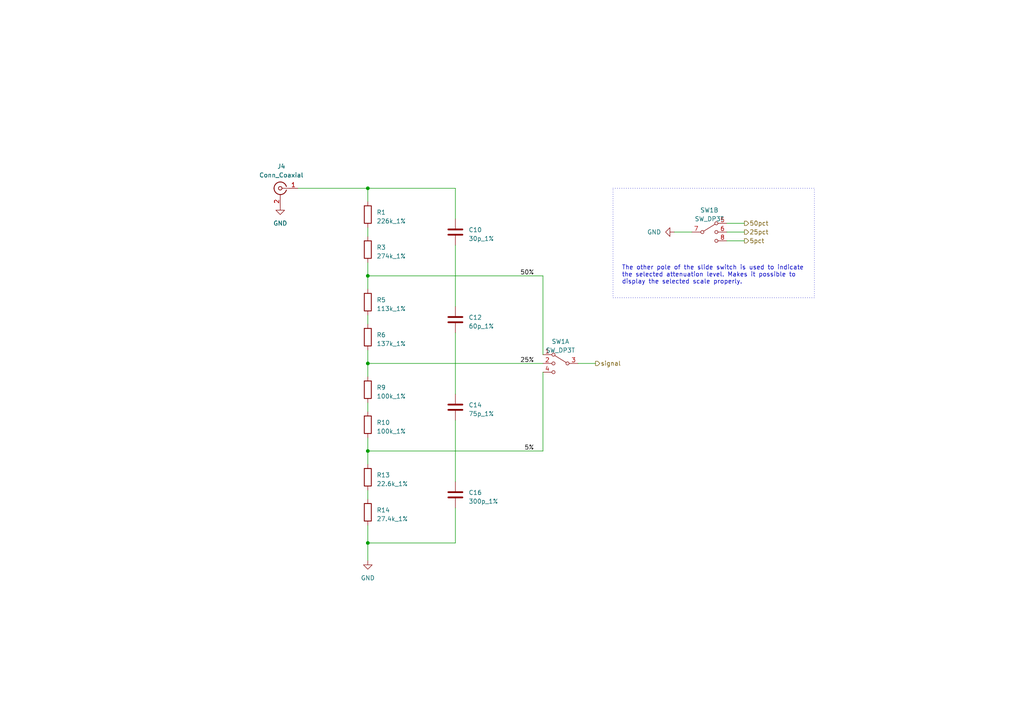
<source format=kicad_sch>
(kicad_sch (version 20221004) (generator eeschema)
  (paper "A4")
  (title_block (title "sin(π)") (date "2022-11-23") (rev "draft 0") (company "Porucha"))
  (lib_symbols
    (symbol "Connector:Conn_Coaxial" (pin_names (offset 1.016) hide)
      (property "Reference" "J" (at 0.254 3.048 0))
      (property "Value" "Conn_Coaxial" (at 2.921 0 90))
      (symbol "Conn_Coaxial_0_1"
        (arc (start -1.778 -0.508) (mid 0.2311 -1.8066) (end 1.778 0) (stroke (width 0.254)))
        (polyline (pts (xy -2.54 0) (xy -0.508 0)))
        (polyline (pts (xy 0 -2.54) (xy 0 -1.778)))
        (circle (center 0 0) (radius 0.508) (stroke (width 0.2032)))
        (arc (start 1.778 0) (mid 0.2099 1.8101) (end -1.778 0.508) (stroke (width 0.254)))
      )
      (symbol "Conn_Coaxial_1_1"
        (pin passive line (at -5.08 0 0) (length 2.54) (name "In") (number "1"))
        (pin passive line (at 0 -5.08 90) (length 2.54) (name "Ext") (number "2"))
      )
    )
    (symbol "Device:C" (pin_numbers hide) (pin_names (offset 0.254))
      (property "Reference" "C" (at 0.635 2.54 0))
      (property "Value" "C" (at 0.635 -2.54 0))
      (symbol "C_0_1"
        (polyline (pts (xy -2.032 -0.762) (xy 2.032 -0.762)) (stroke (width 0.508)))
        (polyline (pts (xy -2.032 0.762) (xy 2.032 0.762)) (stroke (width 0.508)))
      )
      (symbol "C_1_1"
        (pin passive line (at 0 3.81 270) (length 2.794) (name "~") (number "1"))
        (pin passive line (at 0 -3.81 90) (length 2.794) (name "~") (number "2"))
      )
    )
    (symbol "Device:R" (pin_numbers hide) (pin_names (offset 0))
      (property "Reference" "R" (at 2.032 0 90))
      (property "Value" "R" (at 0 0 90))
      (symbol "R_0_1"
        (rectangle (start -1.016 -2.54) (end 1.016 2.54) (stroke (width 0.254)))
      )
      (symbol "R_1_1"
        (pin passive line (at 0 3.81 270) (length 1.27) (name "~") (number "1"))
        (pin passive line (at 0 -3.81 90) (length 1.27) (name "~") (number "2"))
      )
    )
    (symbol "Switch:SW_DP3T" (pin_names (offset 0) hide)
      (property "Reference" "SW" (at 0 5.08 0))
      (property "Value" "SW_DP3T" (at 0 -5.08 0))
      (symbol "SW_DP3T_0_1"
        (circle (center -2.032 0) (radius 0.4572))
        (polyline (pts (xy -1.651 0.254) (xy 1.651 2.286)))
        (circle (center 2.032 -2.54) (radius 0.4572))
        (circle (center 2.032 0) (radius 0.4572))
        (circle (center 2.032 2.54) (radius 0.4572))
      )
      (symbol "SW_DP3T_1_1"
        (pin passive line (at 5.08 2.54 180) (length 2.54) (name "1") (number "1"))
        (pin passive line (at 5.08 0 180) (length 2.54) (name "2") (number "2"))
        (pin passive line (at -5.08 0 0) (length 2.54) (name "3") (number "3"))
        (pin passive line (at 5.08 -2.54 180) (length 2.54) (name "4") (number "4"))
      )
      (symbol "SW_DP3T_2_1"
        (pin passive line (at 5.08 2.54 180) (length 2.54) (name "5") (number "5"))
        (pin passive line (at 5.08 0 180) (length 2.54) (name "6") (number "6"))
        (pin passive line (at -5.08 0 0) (length 2.54) (name "7") (number "7"))
        (pin passive line (at 5.08 -2.54 180) (length 2.54) (name "8") (number "8"))
      )
    )
    (symbol "power:GND" (power) (pin_names (offset 0))
      (property "Value" "GND" (at 0 -3.81 0))
      (symbol "GND_0_1"
        (polyline (pts (xy 0 0) (xy 0 -1.27) (xy 1.27 -1.27) (xy 0 -2.54) (xy -1.27 -1.27) (xy 0 -1.27)))
      )
      (symbol "GND_1_1"
        (pin power_in line (at 0 0 270) (length 0) hide (name "GND") (number "1"))
      )
    )
  )
  (junction (at 106.68 54.61))
  (junction (at 106.68 157.48))
  (junction (at 106.68 80.01))
  (junction (at 106.68 105.41))
  (junction (at 106.68 130.81))
  (wire (pts (xy 195.58 67.31) (xy 200.66 67.31)))
  (wire (pts (xy 106.68 157.48) (xy 106.68 162.56)))
  (wire (pts (xy 106.68 66.04) (xy 106.68 68.58)))
  (wire (pts (xy 172.72 105.41) (xy 167.64 105.41)))
  (wire (pts (xy 106.68 105.41) (xy 157.48 105.41)))
  (wire (pts (xy 157.48 107.95) (xy 157.48 130.81)))
  (wire (pts (xy 106.68 157.48) (xy 132.08 157.48)))
  (wire (pts (xy 132.08 71.12) (xy 132.08 88.9)))
  (wire (pts (xy 106.68 91.44) (xy 106.68 93.98)))
  (wire (pts (xy 106.68 127) (xy 106.68 130.81)))
  (wire (pts (xy 106.68 116.84) (xy 106.68 119.38)))
  (wire (pts (xy 215.9 67.31) (xy 210.82 67.31)))
  (wire (pts (xy 215.9 69.85) (xy 210.82 69.85)))
  (wire (pts (xy 132.08 96.52) (xy 132.08 114.3)))
  (wire (pts (xy 157.48 80.01) (xy 157.48 102.87)))
  (wire (pts (xy 106.68 80.01) (xy 106.68 83.82)))
  (wire (pts (xy 106.68 54.61) (xy 106.68 58.42)))
  (wire (pts (xy 106.68 80.01) (xy 157.48 80.01)))
  (wire (pts (xy 106.68 152.4) (xy 106.68 157.48)))
  (wire (pts (xy 106.68 54.61) (xy 132.08 54.61)))
  (wire (pts (xy 106.68 76.2) (xy 106.68 80.01)))
  (wire (pts (xy 106.68 142.24) (xy 106.68 144.78)))
  (wire (pts (xy 132.08 54.61) (xy 132.08 63.5)))
  (wire (pts (xy 106.68 130.81) (xy 106.68 134.62)))
  (wire (pts (xy 106.68 101.6) (xy 106.68 105.41)))
  (wire (pts (xy 106.68 105.41) (xy 106.68 109.22)))
  (wire (pts (xy 132.08 121.92) (xy 132.08 139.7)))
  (wire (pts (xy 86.36 54.61) (xy 106.68 54.61)))
  (wire (pts (xy 132.08 157.48) (xy 132.08 147.32)))
  (wire (pts (xy 106.68 130.81) (xy 157.48 130.81)))
  (wire (pts (xy 215.9 64.77) (xy 210.82 64.77)))
  (rectangle (start 177.8 54.61) (end 236.22 86.36) (stroke (width 0) (type dot)))
  (text "The other pole of the slide switch is used to indicate\nthe selected attenuation level. Makes it possible to\ndisplay the selected scale properly." (at 180.34 82.55 0) (effects (font (size 1.27 1.27)) (justify left bottom)))
  (label "25%" (at 154.94 105.41 180))
  (label "5%" (at 154.94 130.81 180))
  (label "50%" (at 154.94 80.01 180))
  (hierarchical_label "25pct" (shape output) (at 215.9 67.31 0))
  (hierarchical_label "5pct" (shape output) (at 215.9 69.85 0))
  (hierarchical_label "50pct" (shape output) (at 215.9 64.77 0))
  (hierarchical_label "signal" (shape output) (at 172.72 105.41 0))
  (symbol (lib_id "Device:R") (at 106.68 138.43 0) (unit 1)
    (property "Reference" "R13" (at 109.22 137.795 0) (effects (justify left)))
    (property "Value" "22.6k_1%" (at 109.22 140.335 0) (effects (justify left)))
    (instances (project "sinpi" (path "" (reference "R13") (unit 1) (value "22.6k_1%") (footprint "")) (path "" (reference "R59") (unit 1) (value "22.6k_1%") (footprint "")) (path "" (reference "R73") (unit 1) (value "22.6k_1%") (footprint ""))))
  )
  (symbol (lib_id "Connector:Conn_Coaxial") (at 81.28 54.61 0) (mirror y) (unit 1)
    (property "Reference" "J4" (at 81.5974 48.26 0))
    (property "Value" "Conn_Coaxial" (at 81.5974 50.8 0))
    (property "Datasheet" " ~" (effects hide))
    (instances (project "sinpi" (path "" (reference "J4") (unit 1) (value "Conn_Coaxial") (footprint "")) (path "" (reference "J12") (unit 1) (value "Conn_Coaxial") (footprint "")) (path "" (reference "J15") (unit 1) (value "Conn_Coaxial") (footprint ""))))
  )
  (symbol (lib_id "Device:R") (at 106.68 87.63 0) (unit 1)
    (property "Reference" "R5" (at 109.22 86.995 0) (effects (justify left)))
    (property "Value" "113k_1%" (at 109.22 89.535 0) (effects (justify left)))
    (instances (project "sinpi" (path "" (reference "R5") (unit 1) (value "113k_1%") (footprint "")) (path "" (reference "R55") (unit 1) (value "113k_1%") (footprint "")) (path "" (reference "R69") (unit 1) (value "113k_1%") (footprint ""))))
  )
  (symbol (lib_id "Device:R") (at 106.68 148.59 0) (unit 1)
    (property "Reference" "R14" (at 109.22 147.955 0) (effects (justify left)))
    (property "Value" "27.4k_1%" (at 109.22 150.495 0) (effects (justify left)))
    (instances (project "sinpi" (path "" (reference "R14") (unit 1) (value "27.4k_1%") (footprint "")) (path "" (reference "R60") (unit 1) (value "27.4k_1%") (footprint "")) (path "" (reference "R74") (unit 1) (value "27.4k_1%") (footprint ""))))
  )
  (symbol (lib_id "Switch:SW_DP3T") (at 205.74 67.31 0) (unit 2)
    (property "Reference" "SW1" (at 205.74 60.96 0))
    (property "Value" "SW_DP3T" (at 205.74 63.5 0))
    (instances (project "sinpi" (path "" (reference "SW1") (unit 2) (value "SW_DP3T") (footprint "")) (path "" (reference "SW10") (unit 2) (value "SW_DP3T") (footprint "")) (path "" (reference "SW10") (unit 2) (value "SW_DP3T") (footprint ""))))
  )
  (symbol (lib_id "Device:R") (at 106.68 72.39 0) (unit 1)
    (property "Reference" "R3" (at 109.22 71.755 0) (effects (justify left)))
    (property "Value" "274k_1%" (at 109.22 74.295 0) (effects (justify left)))
    (instances (project "sinpi" (path "" (reference "R3") (unit 1) (value "274k_1%") (footprint "")) (path "" (reference "R54") (unit 1) (value "274k_1%") (footprint "")) (path "" (reference "R68") (unit 1) (value "274k_1%") (footprint ""))))
  )
  (symbol (lib_id "Device:R") (at 106.68 97.79 0) (unit 1)
    (property "Reference" "R6" (at 109.22 97.155 0) (effects (justify left)))
    (property "Value" "137k_1%" (at 109.22 99.695 0) (effects (justify left)))
    (instances (project "sinpi" (path "" (reference "R6") (unit 1) (value "137k_1%") (footprint "")) (path "" (reference "R56") (unit 1) (value "137k_1%") (footprint "")) (path "" (reference "R70") (unit 1) (value "137k_1%") (footprint ""))))
  )
  (symbol (lib_id "Device:C") (at 132.08 92.71 0) (unit 1)
    (property "Reference" "C12" (at 135.89 92.075 0) (effects (justify left)))
    (property "Value" "60p_1%" (at 135.89 94.615 0) (effects (justify left)))
    (instances (project "sinpi" (path "" (reference "C12") (unit 1) (value "60p_1%") (footprint "")) (path "" (reference "C73") (unit 1) (value "60p_1%") (footprint "")) (path "" (reference "C84") (unit 1) (value "60p_1%") (footprint ""))))
  )
  (symbol (lib_id "Switch:SW_DP3T") (at 162.56 105.41 0) (mirror y) (unit 1)
    (property "Reference" "SW1" (at 162.56 99.06 0))
    (property "Value" "SW_DP3T" (at 162.56 101.6 0))
    (instances (project "sinpi" (path "" (reference "SW1") (unit 1) (value "SW_DP3T") (footprint "")) (path "" (reference "SW9") (unit 1) (value "SW_DP3T") (footprint "")) (path "" (reference "SW10") (unit 1) (value "SW_DP3T") (footprint ""))))
  )
  (symbol (lib_id "Device:C") (at 132.08 118.11 0) (unit 1)
    (property "Reference" "C14" (at 135.89 117.475 0) (effects (justify left)))
    (property "Value" "75p_1%" (at 135.89 120.015 0) (effects (justify left)))
    (instances (project "sinpi" (path "" (reference "C14") (unit 1) (value "75p_1%") (footprint "")) (path "" (reference "C74") (unit 1) (value "75p_1%") (footprint "")) (path "" (reference "C85") (unit 1) (value "75p_1%") (footprint ""))))
  )
  (symbol (lib_id "Device:C") (at 132.08 67.31 0) (unit 1)
    (property "Reference" "C10" (at 135.89 66.675 0) (effects (justify left)))
    (property "Value" "30p_1%" (at 135.89 69.215 0) (effects (justify left)))
    (instances (project "sinpi" (path "" (reference "C10") (unit 1) (value "30p_1%") (footprint "")) (path "" (reference "C72") (unit 1) (value "30p_1%") (footprint "")) (path "" (reference "C83") (unit 1) (value "30p_1%") (footprint ""))))
  )
  (symbol (lib_id "power:GND") (at 81.28 59.69 0) (unit 1)
    (property "Reference" "#PWR?" (effects hide))
    (property "Value" "GND" (at 81.28 64.77 0))
    (instances (project "sinpi" (path "" (reference "#PWR?") (unit 1) (value "GND") (footprint "")) (path "" (reference "#PWR079") (unit 1) (value "GND") (footprint "")) (path "" (reference "#PWR089") (unit 1) (value "GND") (footprint ""))))
  )
  (symbol (lib_id "Device:R") (at 106.68 62.23 0) (unit 1)
    (property "Reference" "R1" (at 109.22 61.595 0) (effects (justify left)))
    (property "Value" "226k_1%" (at 109.22 64.135 0) (effects (justify left)))
    (instances (project "sinpi" (path "" (reference "R1") (unit 1) (value "226k_1%") (footprint "")) (path "" (reference "R53") (unit 1) (value "226k_1%") (footprint "")) (path "" (reference "R67") (unit 1) (value "226k_1%") (footprint ""))))
  )
  (symbol (lib_id "power:GND") (at 106.68 162.56 0) (unit 1)
    (property "Reference" "#PWR?" (effects hide))
    (property "Value" "GND" (at 106.68 167.64 0))
    (instances (project "sinpi" (path "" (reference "#PWR?") (unit 1) (value "GND") (footprint "")) (path "" (reference "#PWR080") (unit 1) (value "GND") (footprint "")) (path "" (reference "#PWR090") (unit 1) (value "GND") (footprint ""))))
  )
  (symbol (lib_id "Device:R") (at 106.68 123.19 0) (unit 1)
    (property "Reference" "R10" (at 109.22 122.555 0) (effects (justify left)))
    (property "Value" "100k_1%" (at 109.22 125.095 0) (effects (justify left)))
    (instances (project "sinpi" (path "" (reference "R10") (unit 1) (value "100k_1%") (footprint "")) (path "" (reference "R58") (unit 1) (value "100k_1%") (footprint "")) (path "" (reference "R72") (unit 1) (value "100k_1%") (footprint ""))))
  )
  (symbol (lib_id "power:GND") (at 195.58 67.31 270) (unit 1)
    (property "Reference" "#PWR?" (effects hide))
    (property "Value" "GND" (at 191.77 67.31 90) (effects (justify right)))
    (instances (project "sinpi" (path "" (reference "#PWR?") (unit 1) (value "GND") (footprint "")) (path "" (reference "#PWR081") (unit 1) (value "GND") (footprint "")) (path "" (reference "#PWR0101") (unit 1) (value "GND") (footprint ""))))
  )
  (symbol (lib_id "Device:C") (at 132.08 143.51 0) (unit 1)
    (property "Reference" "C16" (at 135.89 142.875 0) (effects (justify left)))
    (property "Value" "300p_1%" (at 135.89 145.415 0) (effects (justify left)))
    (instances (project "sinpi" (path "" (reference "C16") (unit 1) (value "300p_1%") (footprint "")) (path "" (reference "C75") (unit 1) (value "300p_1%") (footprint "")) (path "" (reference "C86") (unit 1) (value "300p_1%") (footprint ""))))
  )
  (symbol (lib_id "Device:R") (at 106.68 113.03 0) (unit 1)
    (property "Reference" "R9" (at 109.22 112.395 0) (effects (justify left)))
    (property "Value" "100k_1%" (at 109.22 114.935 0) (effects (justify left)))
    (instances (project "sinpi" (path "" (reference "R9") (unit 1) (value "100k_1%") (footprint "")) (path "" (reference "R57") (unit 1) (value "100k_1%") (footprint "")) (path "" (reference "R71") (unit 1) (value "100k_1%") (footprint ""))))
  )
)
</source>
